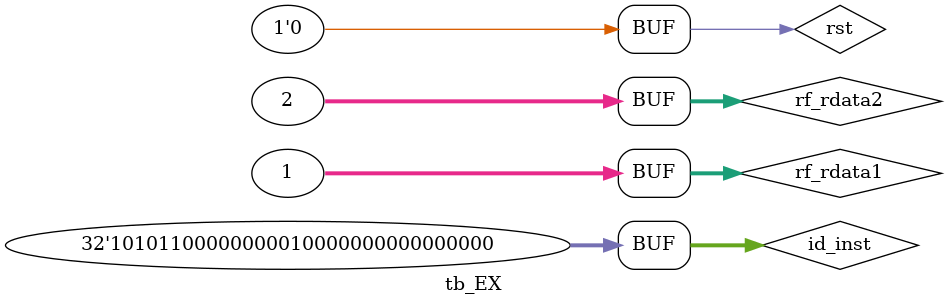
<source format=v>
`timescale 1ns / 1ps


module tb_EX;

reg rst = 0;
reg [31:0] id_inst;
reg [31:0] rf_rdata1;
reg [31:0] rf_rdata2;

initial begin
    #1 rst = 1;   //重置控制器
    #1 rst = 0;
    rf_rdata1 = 1;
    rf_rdata2 = 2;
    //-------------------------R型指令-------------------------------
    #10 id_inst = 32'b000000_00000_00001_00010_00000_100000;          //测试add指令

    #10 id_inst = 32'b000000_00000_00001_00010_00000_100001;          //测试addu指令

    #10 id_inst = 32'b000000_00000_00001_00010_00000_100010;          //测试sub指令

    #10 id_inst = 32'b000000_00000_00001_00010_00000_100011;          //测试subu指令

    #10 id_inst = 32'b000000_00000_00001_00010_00000_100100;          //测试and指令

    #10 id_inst = 32'b000000_00000_00001_00010_00000_100101;          //测试or指令

    #10 id_inst = 32'b000000_00000_00001_00010_00000_100110;          //测试xor指令

    #10 id_inst = 32'b000000_00000_00001_00010_00000_100111;          //测试nor指令

    #10 id_inst = 32'b000000_00000_00001_00010_00000_101010;          //测试slt指令

    #10 id_inst = 32'b000000_00000_00001_00010_00000_101011;          //测试sltu指令

    #10 id_inst = 32'b000000_00000_00001_00010_00100_000000;          //测试sll指令

    #10 id_inst = 32'b000000_00000_00001_00010_00011_000010;          //测试srl指令

    #10 id_inst = 32'b000000_00000_00001_00010_00110_000011;          //测试sra指令

    #10 id_inst = 32'b000000_00010_00001_00011_00000_000100;          //测试sllv指令

    #10 id_inst = 32'b000000_00010_00001_00011_00000_000110;          //测试srlv指令

    #10 id_inst = 32'b000000_00010_00001_00011_00000_000111;          //测试srav指令

    #10 id_inst = 32'b000000_00100_00000_00000_00000_001000;          //测试jr指令

    //-------------------------I型指令-------------------------------
    #10 id_inst = 32'b001000_00101_00110_1111111111111111;          //测试ADDI指令

    #10 id_inst = 32'b001001_00101_00110_1111111111111111;          //测试ADDIU指令

    #10 id_inst = 32'b001100_00101_00110_1111111111111111;          //测试ANDIU指令

    #10 id_inst = 32'b001101_00101_00110_1111111111111111;          //测试ORI指令

    #10 id_inst = 32'b001110_00101_00110_1111111111111111;          //测试XORI指令

    #10 id_inst = 32'b000100_00111_01000_1111111111111101;          //测试BEQ指令

    #10 id_inst = 32'b000101_00111_01000_1111111111111101;          //测试BNE指令

    #10 id_inst = 32'b001010_00111_01000_1111111111111101;          //测试SLTI指令

    #10 id_inst = 32'b001011_00111_01000_1111111111111101;          //测试SLTIU指令

    #10 id_inst = 32'b001111_00000_01001_1011001110101001;          //测试lui指令

    //-------------------------J型指令-------------------------------
    #10 id_inst = 32'b000010_11111111111111111111111111;          //测试j指令

    #10 id_inst = 32'b000011_11111111111111111111111111;          //测试jal指令

    //-------------------------LW SW--------------------------------
    #10 id_inst = 32'b100011_00000_00001_0000000000000000;          //测试LW指令

    #10 id_inst = 32'b101011_00000_00001_0000000000000000;          //测试SW指令
end

wire [4:0] aluc;
wire [31:0] alu_a;
wire [31:0] alu_b;

ID uut(
    .rst(rst),
    .id_pc(0),
    .id_inst(id_inst),
    .rf_rdata1(rf_rdata1),
    .rf_rdata2(rf_rdata2),
    .aluc(aluc),
    .alu_a(alu_a),
    .alu_b(alu_b));

EX uut_ex(
    .rst(rst),
    .aluc(aluc),
    .alu_a(alu_a),
    .alu_b(alu_b),
    .i_rf_wena(1),
    .i_waddr(0)
    );

endmodule

</source>
